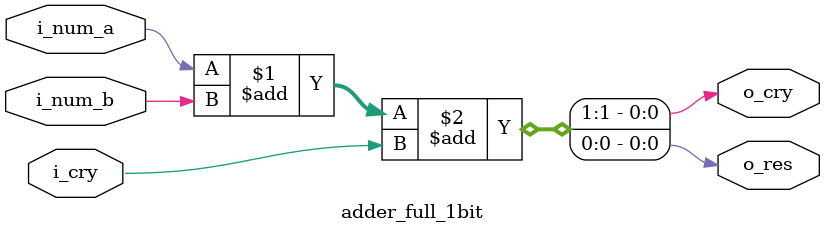
<source format=sv>
/*
 * @Author      : myyerrol
 * @Date        : 2024-06-22 20:56:57
 * @LastEditors : myyerrol
 * @LastEditTime: 2024-06-24 01:10:04
 * @FilePath    : /memdsl-cpu/meteor/ip/sv/common/adder/rtl/adder_full_1bit.sv
 * @Description : 1bit Full Adder
 *
 *  Copyright (c) 2024 by myyerrol, All Rights Reserved.
 */

/**
 * @description: 1bit full adder
 * @param i_num_a {logic} Number a
 * @param i_num_b {logic} Number b
 * @param i_cry   {logic} Carry from low bit
 * @param o_res   {logic} Result
 * @param o_cry   {logic} Carry to high bit
 */
module adder_full_1bit (
    input  logic i_num_a,
    input  logic i_num_b,
    input  logic i_cry,
    output logic o_res,
    output logic o_cry
);

    assign { o_cry, o_res } = i_num_a + i_num_b + i_cry;

endmodule

</source>
